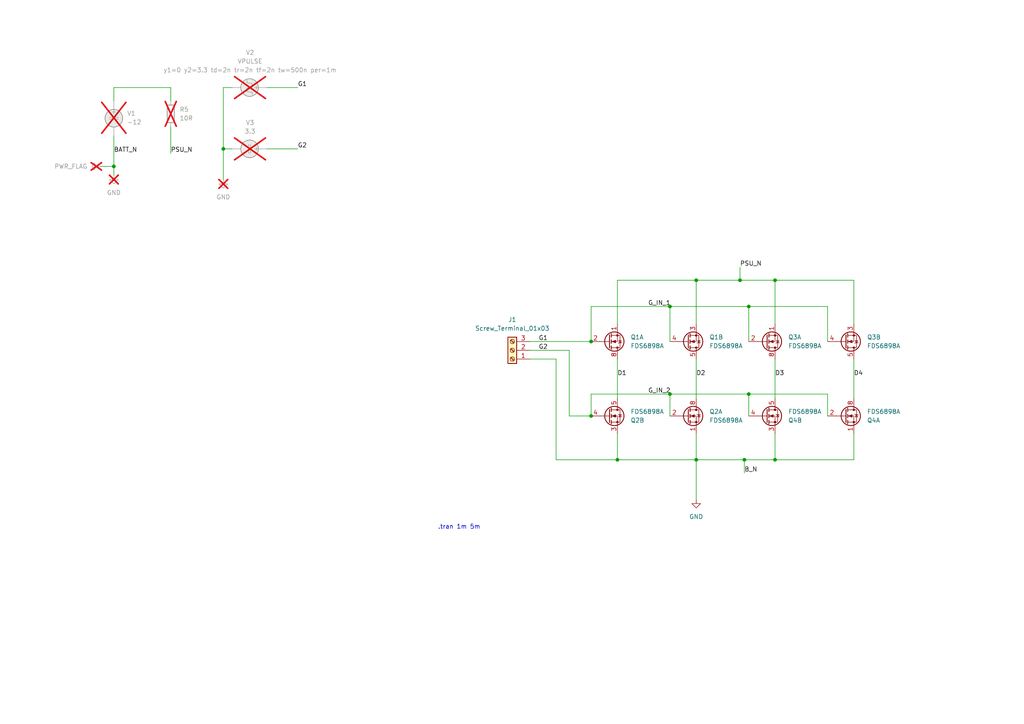
<source format=kicad_sch>
(kicad_sch (version 20230121) (generator eeschema)
  (paper "A4")
  (title_block (title "Mosfet Current Control Module") (date "2023-10-12") (rev "0.3") (company "Siyuan Xu"))
  (lib_symbols
    (symbol "Connector:Screw_Terminal_01x03" (pin_names (offset 1.016) hide)
      (property "Reference" "J" (at 0 5.08 0))
      (property "Value" "Screw_Terminal_01x03" (at 0 -5.08 0))
      (symbol "Screw_Terminal_01x03_1_1"
        (rectangle (start -1.27 3.81) (end 1.27 -3.81) (stroke (width 0.254)) (fill (type background)))
        (circle (center 0 -2.54) (radius 0.635) (stroke (width 0.1524)))
        (polyline (pts (xy -0.5334 -2.2098) (xy 0.3302 -3.048)) (stroke (width 0.1524)))
        (polyline (pts (xy -0.5334 0.3302) (xy 0.3302 -0.508)) (stroke (width 0.1524)))
        (polyline (pts (xy -0.5334 2.8702) (xy 0.3302 2.032)) (stroke (width 0.1524)))
        (polyline (pts (xy -0.3556 -2.032) (xy 0.508 -2.8702)) (stroke (width 0.1524)))
        (polyline (pts (xy -0.3556 0.508) (xy 0.508 -0.3302)) (stroke (width 0.1524)))
        (polyline (pts (xy -0.3556 3.048) (xy 0.508 2.2098)) (stroke (width 0.1524)))
        (circle (center 0 0) (radius 0.635) (stroke (width 0.1524)))
        (circle (center 0 2.54) (radius 0.635) (stroke (width 0.1524)))
        (pin passive line (at -5.08 2.54 0) (length 3.81) (name "Pin_1") (number "1"))
        (pin passive line (at -5.08 0 0) (length 3.81) (name "Pin_2") (number "2"))
        (pin passive line (at -5.08 -2.54 0) (length 3.81) (name "Pin_3") (number "3"))
      )
    )
    (symbol "Device:R" (pin_numbers hide) (pin_names (offset 0))
      (property "Reference" "R" (at 2.032 0 90))
      (property "Value" "R" (at 0 0 90))
      (symbol "R_0_1"
        (rectangle (start -1.016 -2.54) (end 1.016 2.54) (stroke (width 0.254)))
      )
      (symbol "R_1_1"
        (pin passive line (at 0 3.81 270) (length 1.27) (name "~") (number "1"))
        (pin passive line (at 0 -3.81 90) (length 1.27) (name "~") (number "2"))
      )
    )
    (symbol "Simulation_SPICE:VDC" (pin_numbers hide) (pin_names (offset 0.0254))
      (property "Reference" "V" (at 2.54 2.54 0))
      (property "Value" "1" (at 2.54 0 0))
      (symbol "VDC_0_0"
        (polyline (pts (xy -1.27 0.254) (xy 1.27 0.254)))
        (polyline (pts (xy -0.762 -0.254) (xy -1.27 -0.254)))
        (polyline (pts (xy 0.254 -0.254) (xy -0.254 -0.254)))
        (polyline (pts (xy 1.27 -0.254) (xy 0.762 -0.254)))
        (text "+" (at 0 1.905 0) (effects (font (size 1.27 1.27))))
      )
      (symbol "VDC_0_1"
        (circle (center 0 0) (radius 2.54) (stroke (width 0.254)) (fill (type background)))
      )
      (symbol "VDC_1_1"
        (pin passive line (at 0 5.08 270) (length 2.54) (name "~") (number "1"))
        (pin passive line (at 0 -5.08 90) (length 2.54) (name "~") (number "2"))
      )
    )
    (symbol "Simulation_SPICE:VPULSE" (pin_numbers hide) (pin_names (offset 0.0254))
      (property "Reference" "V" (at 2.54 2.54 0))
      (property "Value" "VPULSE" (at 2.54 0 0))
      (property "Sim.Params" "y1=0 y2=1 td=2n tr=2n tf=2n tw=50n per=100n" (at 2.54 -2.54 0))
      (symbol "VPULSE_0_0"
        (polyline (pts (xy -2.032 -0.762) (xy -1.397 -0.762) (xy -1.143 0.762) (xy -0.127 0.762) (xy 0.127 -0.762) (xy 1.143 -0.762) (xy 1.397 0.762) (xy 2.032 0.762)))
        (text "+" (at 0 1.905 0) (effects (font (size 1.27 1.27))))
      )
      (symbol "VPULSE_0_1"
        (circle (center 0 0) (radius 2.54) (stroke (width 0.254)) (fill (type background)))
      )
      (symbol "VPULSE_1_1"
        (pin passive line (at 0 5.08 270) (length 2.54) (name "~") (number "1"))
        (pin passive line (at 0 -5.08 90) (length 2.54) (name "~") (number "2"))
      )
    )
    (symbol "Transistor_FET:FDS6898A" (pin_names hide)
      (property "Reference" "Q" (at 5.08 1.905 0))
      (property "Value" "FDS6898A" (at 5.08 0 0))
      (symbol "FDS6898A_0_1"
        (polyline (pts (xy 0.254 0) (xy -2.54 0)))
        (polyline (pts (xy 0.254 1.905) (xy 0.254 -1.905)) (stroke (width 0.254)))
        (polyline (pts (xy 0.762 -1.27) (xy 0.762 -2.286)) (stroke (width 0.254)))
        (polyline (pts (xy 0.762 0.508) (xy 0.762 -0.508)) (stroke (width 0.254)))
        (polyline (pts (xy 0.762 2.286) (xy 0.762 1.27)) (stroke (width 0.254)))
        (polyline (pts (xy 2.54 2.54) (xy 2.54 1.778)))
        (polyline (pts (xy 2.54 -2.54) (xy 2.54 0) (xy 0.762 0)))
        (polyline (pts (xy 0.762 -1.778) (xy 3.302 -1.778) (xy 3.302 1.778) (xy 0.762 1.778)))
        (polyline (pts (xy 1.016 0) (xy 2.032 0.381) (xy 2.032 -0.381) (xy 1.016 0)) (fill (type outline)))
        (polyline (pts (xy 2.794 0.508) (xy 2.921 0.381) (xy 3.683 0.381) (xy 3.81 0.254)))
        (polyline (pts (xy 3.302 0.381) (xy 2.921 -0.254) (xy 3.683 -0.254) (xy 3.302 0.381)))
        (circle (center 1.651 0) (radius 2.794) (stroke (width 0.254)))
        (circle (center 2.54 -1.778) (radius 0.254) (fill (type outline)))
        (circle (center 2.54 1.778) (radius 0.254) (fill (type outline)))
      )
      (symbol "FDS6898A_1_1"
        (pin passive line (at 2.54 -5.08 90) (length 2.54) (name "S1") (number "1"))
        (pin passive line (at -5.08 0 0) (length 2.54) (name "G1") (number "2"))
        (pin passive line (at 2.54 5.08 270) (length 2.54) hide (name "D1") (number "7"))
        (pin passive line (at 2.54 5.08 270) (length 2.54) (name "D1") (number "8"))
      )
      (symbol "FDS6898A_2_1"
        (pin passive line (at 2.54 -5.08 90) (length 2.54) (name "S2") (number "3"))
        (pin passive line (at -5.08 0 0) (length 2.54) (name "G2") (number "4"))
        (pin passive line (at 2.54 5.08 270) (length 2.54) (name "D2") (number "5"))
        (pin passive line (at 2.54 5.08 270) (length 2.54) hide (name "D2") (number "6"))
      )
    )
    (symbol "power:GND" (power) (pin_names (offset 0))
      (property "Value" "GND" (at 0 -3.81 0))
      (symbol "GND_0_1"
        (polyline (pts (xy 0 0) (xy 0 -1.27) (xy 1.27 -1.27) (xy 0 -2.54) (xy -1.27 -1.27) (xy 0 -1.27)))
      )
      (symbol "GND_1_1"
        (pin power_in line (at 0 0 270) (length 0) hide (name "GND") (number "1"))
      )
    )
    (symbol "power:PWR_FLAG" (power) (pin_numbers hide) (pin_names (offset 0) hide)
      (property "Value" "PWR_FLAG" (at 0 3.81 0))
      (symbol "PWR_FLAG_0_0"
        (pin power_out line (at 0 0 90) (length 0) (name "pwr") (number "1"))
      )
      (symbol "PWR_FLAG_0_1"
        (polyline (pts (xy 0 0) (xy 0 1.27) (xy -1.016 1.905) (xy 0 2.54) (xy 1.016 1.905) (xy 0 1.27)))
      )
    )
  )
  (junction (at 224.79 133.35))
  (junction (at 33.02 48.26))
  (junction (at 171.45 120.65))
  (junction (at 214.63 81.28))
  (junction (at 64.77 43.18))
  (junction (at 171.45 99.06))
  (junction (at 201.93 133.35))
  (junction (at 215.9 133.35))
  (junction (at 217.17 88.9))
  (junction (at 201.93 81.28))
  (junction (at 194.31 114.3))
  (junction (at 179.07 133.35))
  (junction (at 194.31 88.9))
  (junction (at 217.17 114.3))
  (junction (at 224.79 81.28))
  (wire (pts (xy 194.31 88.9) (xy 171.45 88.9)))
  (wire (pts (xy 217.17 88.9) (xy 217.17 99.06)))
  (wire (pts (xy 201.93 133.35) (xy 201.93 144.78)))
  (wire (pts (xy 224.79 125.73) (xy 224.79 133.35)))
  (wire (pts (xy 247.65 104.14) (xy 247.65 115.57)))
  (wire (pts (xy 201.93 125.73) (xy 201.93 133.35)))
  (wire (pts (xy 77.47 25.4) (xy 86.36 25.4)))
  (wire (pts (xy 77.47 43.18) (xy 86.36 43.18)))
  (wire (pts (xy 64.77 43.18) (xy 67.31 43.18)))
  (wire (pts (xy 171.45 114.3) (xy 171.45 120.65)))
  (wire (pts (xy 240.03 114.3) (xy 217.17 114.3)))
  (wire (pts (xy 33.02 39.37) (xy 33.02 48.26)))
  (wire (pts (xy 161.29 104.14) (xy 153.67 104.14)))
  (wire (pts (xy 215.9 133.35) (xy 224.79 133.35)))
  (wire (pts (xy 161.29 133.35) (xy 161.29 104.14)))
  (wire (pts (xy 64.77 25.4) (xy 64.77 43.18)))
  (wire (pts (xy 214.63 81.28) (xy 224.79 81.28)))
  (wire (pts (xy 217.17 114.3) (xy 217.17 120.65)))
  (wire (pts (xy 179.07 133.35) (xy 201.93 133.35)))
  (wire (pts (xy 29.21 48.26) (xy 33.02 48.26)))
  (wire (pts (xy 179.07 104.14) (xy 179.07 115.57)))
  (wire (pts (xy 194.31 114.3) (xy 171.45 114.3)))
  (wire (pts (xy 153.67 101.6) (xy 165.1 101.6)))
  (wire (pts (xy 215.9 133.35) (xy 215.9 137.16)))
  (wire (pts (xy 179.07 133.35) (xy 161.29 133.35)))
  (wire (pts (xy 224.79 81.28) (xy 247.65 81.28)))
  (wire (pts (xy 179.07 81.28) (xy 201.93 81.28)))
  (wire (pts (xy 214.63 77.47) (xy 214.63 81.28)))
  (wire (pts (xy 247.65 125.73) (xy 247.65 133.35)))
  (wire (pts (xy 240.03 99.06) (xy 240.03 88.9)))
  (wire (pts (xy 201.93 81.28) (xy 214.63 81.28)))
  (wire (pts (xy 224.79 104.14) (xy 224.79 115.57)))
  (wire (pts (xy 201.93 104.14) (xy 201.93 115.57)))
  (wire (pts (xy 49.53 36.83) (xy 49.53 44.45)))
  (wire (pts (xy 194.31 114.3) (xy 194.31 120.65)))
  (wire (pts (xy 165.1 101.6) (xy 165.1 120.65)))
  (wire (pts (xy 179.07 93.98) (xy 179.07 81.28)))
  (wire (pts (xy 171.45 88.9) (xy 171.45 99.06)))
  (wire (pts (xy 240.03 120.65) (xy 240.03 114.3)))
  (wire (pts (xy 240.03 88.9) (xy 217.17 88.9)))
  (wire (pts (xy 153.67 99.06) (xy 171.45 99.06)))
  (wire (pts (xy 224.79 133.35) (xy 247.65 133.35)))
  (wire (pts (xy 64.77 43.18) (xy 64.77 52.07)))
  (wire (pts (xy 33.02 29.21) (xy 33.02 25.4)))
  (wire (pts (xy 224.79 81.28) (xy 224.79 93.98)))
  (wire (pts (xy 33.02 48.26) (xy 33.02 50.8)))
  (wire (pts (xy 201.93 133.35) (xy 215.9 133.35)))
  (wire (pts (xy 49.53 25.4) (xy 49.53 29.21)))
  (wire (pts (xy 179.07 125.73) (xy 179.07 133.35)))
  (wire (pts (xy 165.1 120.65) (xy 171.45 120.65)))
  (wire (pts (xy 201.93 81.28) (xy 201.93 93.98)))
  (wire (pts (xy 247.65 81.28) (xy 247.65 93.98)))
  (wire (pts (xy 67.31 25.4) (xy 64.77 25.4)))
  (wire (pts (xy 217.17 88.9) (xy 194.31 88.9)))
  (wire (pts (xy 194.31 88.9) (xy 194.31 99.06)))
  (wire (pts (xy 217.17 114.3) (xy 194.31 114.3)))
  (wire (pts (xy 33.02 25.4) (xy 49.53 25.4)))
  (text ".tran 1m 5m" (at 127 153.67 0) (effects (font (size 1.27 1.27)) (justify left bottom)))
  (label "PSU_N" (at 49.53 44.45 0))
  (label "G2" (at 86.36 43.18 0))
  (label "G2" (at 156.21 101.6 0))
  (label "D1" (at 179.07 109.22 0))
  (label "PSU_N" (at 214.63 77.47 0))
  (label "G_IN_1" (at 187.96 88.9 0))
  (label "D4" (at 247.65 109.22 0))
  (label "D3" (at 224.79 109.22 0))
  (label "B_N" (at 215.9 137.16 0))
  (label "G1" (at 86.36 25.4 0))
  (label "G1" (at 156.21 99.06 0))
  (label "G_IN_2" (at 187.96 114.3 0))
  (label "BATT_N" (at 33.02 44.45 0))
  (label "D2" (at 201.93 109.22 0))
  (symbol (lib_id "Transistor_FET:FDS6898A") (at 176.53 120.65 0) (unit 2)
    (property "Reference" "Q2" (at 182.88 121.92 0) (effects (justify left)))
    (property "Value" "FDS6898A" (at 182.88 119.38 0) (effects (justify left)))
    (property "Footprint" "Package_SO:SOIC-8_3.9x4.9mm_P1.27mm" (effects hide))
    (property "Datasheet" "https://www.onsemi.com/pub/Collateral/FDS6898A-D.PDF" (effects hide))
    (property "Sim.Library" "C:\\Users\\siyxu\\Documents\\vamk\\EmbeddedSystemProject\\PCB\\FDS6898AZ.lib" (effects hide))
    (property "Sim.Name" "FDS6898AZ" (effects hide))
    (property "Sim.Device" "SUBCKT" (effects hide))
    (property "Sim.Pins" "1=20 2=10 3=30" (effects hide))
  )
  (symbol (lib_id "Simulation_SPICE:VDC") (at 33.02 34.29 0) (unit 1) (in_bom no) (on_board no) (dnp yes)
    (property "Reference" "V1" (at 36.83 32.8902 0) (effects (justify left)))
    (property "Value" "-12" (at 36.83 35.4302 0) (effects (justify left)))
    (property "Sim.Pins" "1=+ 2=-" (effects hide))
    (property "Sim.Type" "DC" (effects hide))
    (property "Sim.Device" "V" (effects hide))
  )
  (symbol (lib_id "Connector:Screw_Terminal_01x03") (at 148.59 101.6 180) (unit 1)
    (property "Reference" "J1" (at 148.59 92.71 0))
    (property "Value" "Screw_Terminal_01x03" (at 148.59 95.25 0))
    (property "Footprint" "VAMK_CON:TM_BLOCK_3P" (effects hide))
  )
  (symbol (lib_id "Device:R") (at 49.53 33.02 180) (unit 1) (in_bom no) (on_board no) (dnp yes)
    (property "Reference" "R5" (at 52.07 31.75 0) (effects (justify right)))
    (property "Value" "10R" (at 52.07 34.29 0) (effects (justify right)))
  )
  (symbol (lib_id "Transistor_FET:FDS6898A") (at 222.25 120.65 0) (unit 2)
    (property "Reference" "Q4" (at 228.6 121.92 0) (effects (justify left)))
    (property "Value" "FDS6898A" (at 228.6 119.38 0) (effects (justify left)))
    (property "Footprint" "Package_SO:SOIC-8_3.9x4.9mm_P1.27mm" (effects hide))
    (property "Datasheet" "https://www.onsemi.com/pub/Collateral/FDS6898A-D.PDF" (effects hide))
    (property "Sim.Library" "C:\\Users\\siyxu\\Documents\\vamk\\EmbeddedSystemProject\\PCB\\FDS6898AZ.lib" (effects hide))
    (property "Sim.Name" "FDS6898AZ" (effects hide))
    (property "Sim.Device" "SUBCKT" (effects hide))
    (property "Sim.Pins" "1=20 2=10 3=30" (effects hide))
  )
  (symbol (lib_id "Transistor_FET:FDS6898A") (at 245.11 120.65 0) (unit 1)
    (property "Reference" "Q4" (at 251.46 121.92 0) (effects (justify left)))
    (property "Value" "FDS6898A" (at 251.46 119.38 0) (effects (justify left)))
    (property "Footprint" "Package_SO:SOIC-8_3.9x4.9mm_P1.27mm" (effects hide))
    (property "Datasheet" "https://www.onsemi.com/pub/Collateral/FDS6898A-D.PDF" (effects hide))
    (property "Sim.Library" "C:\\Users\\siyxu\\Documents\\vamk\\EmbeddedSystemProject\\PCB\\FDS6898AZ.lib" (effects hide))
    (property "Sim.Name" "FDS6898AZ" (effects hide))
    (property "Sim.Device" "SUBCKT" (effects hide))
    (property "Sim.Pins" "1=20 2=10 3=30" (effects hide))
  )
  (symbol (lib_id "power:GND") (at 64.77 52.07 0) (unit 1) (in_bom no) (on_board no) (dnp yes)
    (property "Reference" "#PWR03" (effects hide))
    (property "Value" "GND" (at 64.77 57.15 0))
  )
  (symbol (lib_id "power:GND") (at 33.02 50.8 0) (unit 1) (in_bom no) (on_board no) (dnp yes)
    (property "Reference" "#PWR04" (effects hide))
    (property "Value" "GND" (at 33.02 55.88 0))
  )
  (symbol (lib_id "power:GND") (at 201.93 144.78 0) (unit 1)
    (property "Reference" "#PWR01" (effects hide))
    (property "Value" "GND" (at 201.93 149.86 0))
  )
  (symbol (lib_id "Transistor_FET:FDS6898A") (at 222.25 99.06 0) (mirror x) (unit 1)
    (property "Reference" "Q3" (at 228.6 97.79 0) (effects (justify left)))
    (property "Value" "FDS6898A" (at 228.6 100.33 0) (effects (justify left)))
    (property "Footprint" "Package_SO:SOIC-8_3.9x4.9mm_P1.27mm" (effects hide))
    (property "Datasheet" "https://www.onsemi.com/pub/Collateral/FDS6898A-D.PDF" (effects hide))
    (property "Sim.Library" "C:\\Users\\siyxu\\Documents\\vamk\\EmbeddedSystemProject\\PCB\\FDS6898AZ.lib" (effects hide))
    (property "Sim.Name" "FDS6898AZ" (effects hide))
    (property "Sim.Device" "SUBCKT" (effects hide))
    (property "Sim.Pins" "1=20 2=10 3=30" (effects hide))
  )
  (symbol (lib_id "Transistor_FET:FDS6898A") (at 199.39 99.06 0) (mirror x) (unit 2)
    (property "Reference" "Q1" (at 205.74 97.79 0) (effects (justify left)))
    (property "Value" "FDS6898A" (at 205.74 100.33 0) (effects (justify left)))
    (property "Footprint" "Package_SO:SOIC-8_3.9x4.9mm_P1.27mm" (effects hide))
    (property "Datasheet" "https://www.onsemi.com/pub/Collateral/FDS6898A-D.PDF" (effects hide))
    (property "Sim.Library" "C:\\Users\\siyxu\\Documents\\vamk\\EmbeddedSystemProject\\PCB\\FDS6898AZ.lib" (effects hide))
    (property "Sim.Name" "FDS6898AZ" (effects hide))
    (property "Sim.Device" "SUBCKT" (effects hide))
    (property "Sim.Pins" "1=20 2=10 3=30" (effects hide))
  )
  (symbol (lib_id "Transistor_FET:FDS6898A") (at 199.39 120.65 0) (unit 1)
    (property "Reference" "Q2" (at 205.74 119.38 0) (effects (justify left)))
    (property "Value" "FDS6898A" (at 205.74 121.92 0) (effects (justify left)))
    (property "Footprint" "Package_SO:SOIC-8_3.9x4.9mm_P1.27mm" (effects hide))
    (property "Datasheet" "https://www.onsemi.com/pub/Collateral/FDS6898A-D.PDF" (effects hide))
    (property "Sim.Library" "C:\\Users\\siyxu\\Documents\\vamk\\EmbeddedSystemProject\\PCB\\FDS6898AZ.lib" (effects hide))
    (property "Sim.Name" "FDS6898AZ" (effects hide))
    (property "Sim.Device" "SUBCKT" (effects hide))
    (property "Sim.Pins" "1=20 2=10 3=30" (effects hide))
  )
  (symbol (lib_id "Simulation_SPICE:VPULSE") (at 72.39 25.4 270) (unit 1) (in_bom no) (on_board no) (dnp yes)
    (property "Reference" "V2" (at 72.5198 15.24 90))
    (property "Value" "VPULSE" (at 72.5198 17.78 90))
    (property "Sim.Pins" "1=+ 2=-" (effects hide))
    (property "Sim.Type" "PULSE" (effects hide))
    (property "Sim.Device" "V" (effects hide))
    (property "Sim.Params" "y1=0 y2=3.3 td=2n tr=2n tf=2n tw=500n per=1m" (at 72.5198 20.32 90))
  )
  (symbol (lib_id "power:PWR_FLAG") (at 29.21 48.26 90) (unit 1) (in_bom no) (on_board no) (dnp yes)
    (property "Reference" "#FLG01" (effects hide))
    (property "Value" "PWR_FLAG" (at 25.4 48.26 90) (effects (justify left)))
  )
  (symbol (lib_id "Simulation_SPICE:VDC") (at 72.39 43.18 270) (unit 1) (in_bom no) (on_board no) (dnp yes)
    (property "Reference" "V3" (at 72.5198 35.56 90))
    (property "Value" "3.3" (at 72.5198 38.1 90))
    (property "Sim.Pins" "1=+ 2=-" (effects hide))
    (property "Sim.Type" "DC" (effects hide))
    (property "Sim.Device" "V" (effects hide))
  )
  (symbol (lib_id "Transistor_FET:FDS6898A") (at 245.11 99.06 0) (mirror x) (unit 2)
    (property "Reference" "Q3" (at 251.46 97.79 0) (effects (justify left)))
    (property "Value" "FDS6898A" (at 251.46 100.33 0) (effects (justify left)))
    (property "Footprint" "Package_SO:SOIC-8_3.9x4.9mm_P1.27mm" (effects hide))
    (property "Datasheet" "https://www.onsemi.com/pub/Collateral/FDS6898A-D.PDF" (effects hide))
    (property "Sim.Library" "C:\\Users\\siyxu\\Documents\\vamk\\EmbeddedSystemProject\\PCB\\FDS6898AZ.lib" (effects hide))
    (property "Sim.Name" "FDS6898AZ" (effects hide))
    (property "Sim.Device" "SUBCKT" (effects hide))
    (property "Sim.Pins" "1=20 2=10 3=30" (effects hide))
  )
  (symbol (lib_id "Transistor_FET:FDS6898A") (at 176.53 99.06 0) (mirror x) (unit 1)
    (property "Reference" "Q1" (at 182.88 97.79 0) (effects (justify left)))
    (property "Value" "FDS6898A" (at 182.88 100.33 0) (effects (justify left)))
    (property "Footprint" "Package_SO:SOIC-8_3.9x4.9mm_P1.27mm" (effects hide))
    (property "Datasheet" "https://www.onsemi.com/pub/Collateral/FDS6898A-D.PDF" (effects hide))
    (property "Sim.Library" "C:\\Users\\siyxu\\Documents\\vamk\\EmbeddedSystemProject\\PCB\\FDS6898AZ.lib" (effects hide))
    (property "Sim.Name" "FDS6898AZ" (effects hide))
    (property "Sim.Device" "SUBCKT" (effects hide))
    (property "Sim.Pins" "1=20 2=10 3=30" (effects hide))
  )
)
</source>
